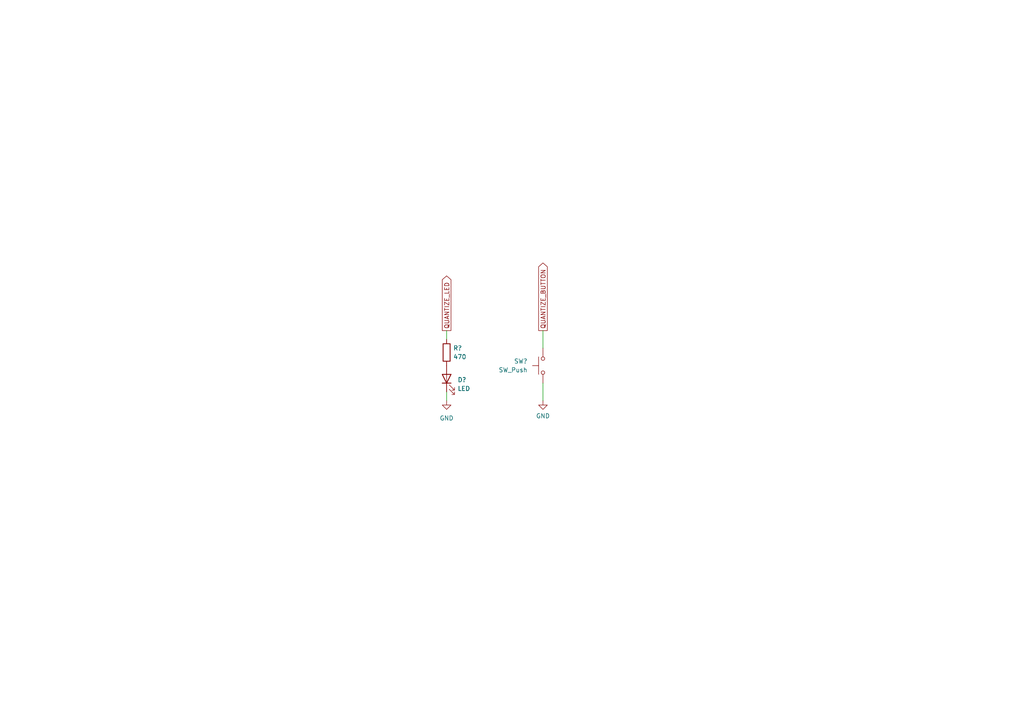
<source format=kicad_sch>
(kicad_sch (version 20211123) (generator eeschema)
  (paper "A4")
  (title_block (date "2022-09-08") (rev "2") (company "© ANDREI ANATSKA, FRANK PLOWMAN 2022"))
  (lib_symbols
    (symbol "Device:LED" (pin_numbers hide) (pin_names (offset 1.016) hide)
      (property "Reference" "D" (at 0 2.54 0))
      (property "Value" "LED" (at 0 -2.54 0))
      (symbol "LED_0_1"
        (polyline (pts (xy -1.27 -1.27) (xy -1.27 1.27)) (stroke (width 0.254)))
        (polyline (pts (xy -1.27 0) (xy 1.27 0)))
        (polyline (pts (xy 1.27 -1.27) (xy 1.27 1.27) (xy -1.27 0) (xy 1.27 -1.27)) (stroke (width 0.254)))
        (polyline (pts (xy -3.048 -0.762) (xy -4.572 -2.286) (xy -3.81 -2.286) (xy -4.572 -2.286) (xy -4.572 -1.524)))
        (polyline (pts (xy -1.778 -0.762) (xy -3.302 -2.286) (xy -2.54 -2.286) (xy -3.302 -2.286) (xy -3.302 -1.524)))
      )
      (symbol "LED_1_1"
        (pin passive line (at -3.81 0 0) (length 2.54) (name "K") (number "1"))
        (pin passive line (at 3.81 0 180) (length 2.54) (name "A") (number "2"))
      )
    )
    (symbol "Device:R" (pin_numbers hide) (pin_names (offset 0))
      (property "Reference" "R" (at 2.032 0 90))
      (property "Value" "R" (at 0 0 90))
      (symbol "R_0_1"
        (rectangle (start -1.016 -2.54) (end 1.016 2.54) (stroke (width 0.254)))
      )
      (symbol "R_1_1"
        (pin passive line (at 0 3.81 270) (length 1.27) (name "~") (number "1"))
        (pin passive line (at 0 -3.81 90) (length 1.27) (name "~") (number "2"))
      )
    )
    (symbol "Switch:SW_Push" (pin_numbers hide) (pin_names (offset 1.016) hide)
      (property "Reference" "SW" (at 1.27 2.54 0))
      (property "Value" "SW_Push" (at 0 -1.524 0))
      (symbol "SW_Push_0_1"
        (circle (center -2.032 0) (radius 0.508))
        (polyline (pts (xy 0 1.27) (xy 0 3.048)))
        (polyline (pts (xy 2.54 1.27) (xy -2.54 1.27)))
        (circle (center 2.032 0) (radius 0.508))
        (pin passive line (at -5.08 0 0) (length 2.54) (name "1") (number "1"))
        (pin passive line (at 5.08 0 180) (length 2.54) (name "2") (number "2"))
      )
    )
    (symbol "power:GND" (power) (pin_names (offset 0))
      (property "Value" "GND" (at 0 -3.81 0))
      (symbol "GND_0_1"
        (polyline (pts (xy 0 0) (xy 0 -1.27) (xy 1.27 -1.27) (xy 0 -2.54) (xy -1.27 -1.27) (xy 0 -1.27)))
      )
      (symbol "GND_1_1"
        (pin power_in line (at 0 0 270) (length 0) hide (name "GND") (number "1"))
      )
    )
  )
  (wire (pts (xy 157.48 95.885) (xy 157.48 100.965)))
  (wire (pts (xy 129.54 113.665) (xy 129.54 116.205)))
  (wire (pts (xy 129.54 95.885) (xy 129.54 98.425)))
  (wire (pts (xy 157.48 111.125) (xy 157.48 116.205)))
  (global_label "QUANTIZE_BUTTON" (shape output) (at 157.48 95.885 90) (property "Intersheet References" "${INTERSHEET_REFS}" (effects hide)))
  (global_label "QUANTIZE_LED" (shape output) (at 129.54 95.885 90) (property "Intersheet References" "${INTERSHEET_REFS}" (effects hide)))
  (symbol (lib_id "Switch:SW_Push") (at 157.48 106.045 90) (unit 1)
    (property "Reference" "SW?" (at 153.035 104.775 90) (effects (justify left)))
    (property "Value" "SW_Push" (at 153.035 107.315 90) (effects (justify left)))
  )
  (symbol (lib_id "Device:R") (at 129.54 102.235 0) (unit 1)
    (property "Reference" "R?" (at 131.445 100.9649 0) (effects (justify left)))
    (property "Value" "470" (at 131.445 103.5049 0) (effects (justify left)))
  )
  (symbol (lib_id "Device:LED") (at 129.54 109.855 90) (unit 1)
    (property "Reference" "D?" (at 132.715 110.1724 90) (effects (justify right)))
    (property "Value" "LED" (at 132.715 112.7124 90) (effects (justify right)))
  )
  (symbol (lib_id "power:GND") (at 157.48 116.205 0) (unit 1)
    (property "Reference" "#PWR0156" (effects hide))
    (property "Value" "GND" (at 157.48 120.65 0))
  )
  (symbol (lib_id "power:GND") (at 129.54 116.205 0) (unit 1)
    (property "Reference" "#PWR0157" (effects hide))
    (property "Value" "GND" (at 129.54 121.285 0))
  )
)
</source>
